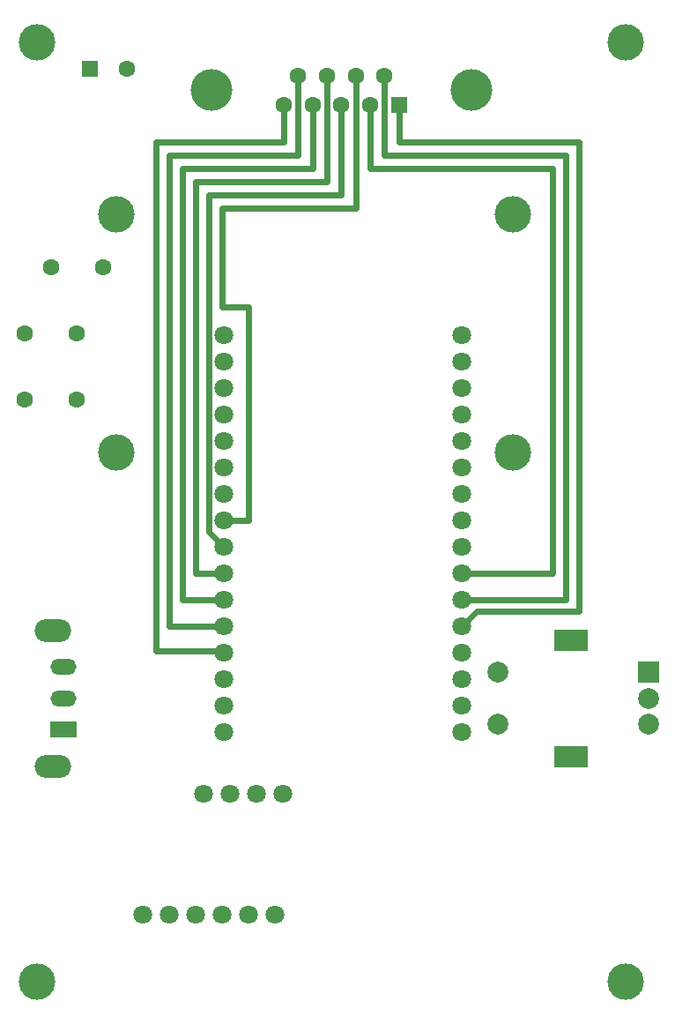
<source format=gbr>
%TF.GenerationSoftware,KiCad,Pcbnew,9.0.5*%
%TF.CreationDate,2025-10-04T12:42:16+02:00*%
%TF.ProjectId,elastick_adapter,656c6173-7469-4636-9b5f-616461707465,rev?*%
%TF.SameCoordinates,Original*%
%TF.FileFunction,Copper,L1,Top*%
%TF.FilePolarity,Positive*%
%FSLAX46Y46*%
G04 Gerber Fmt 4.6, Leading zero omitted, Abs format (unit mm)*
G04 Created by KiCad (PCBNEW 9.0.5) date 2025-10-04 12:42:16*
%MOMM*%
%LPD*%
G01*
G04 APERTURE LIST*
G04 Aperture macros list*
%AMRoundRect*
0 Rectangle with rounded corners*
0 $1 Rounding radius*
0 $2 $3 $4 $5 $6 $7 $8 $9 X,Y pos of 4 corners*
0 Add a 4 corners polygon primitive as box body*
4,1,4,$2,$3,$4,$5,$6,$7,$8,$9,$2,$3,0*
0 Add four circle primitives for the rounded corners*
1,1,$1+$1,$2,$3*
1,1,$1+$1,$4,$5*
1,1,$1+$1,$6,$7*
1,1,$1+$1,$8,$9*
0 Add four rect primitives between the rounded corners*
20,1,$1+$1,$2,$3,$4,$5,0*
20,1,$1+$1,$4,$5,$6,$7,0*
20,1,$1+$1,$6,$7,$8,$9,0*
20,1,$1+$1,$8,$9,$2,$3,0*%
G04 Aperture macros list end*
%TA.AperFunction,ComponentPad*%
%ADD10C,1.800000*%
%TD*%
%TA.AperFunction,WasherPad*%
%ADD11C,3.500000*%
%TD*%
%TA.AperFunction,ComponentPad*%
%ADD12C,1.600000*%
%TD*%
%TA.AperFunction,ComponentPad*%
%ADD13C,4.000000*%
%TD*%
%TA.AperFunction,ComponentPad*%
%ADD14R,1.600000X1.600000*%
%TD*%
%TA.AperFunction,ComponentPad*%
%ADD15RoundRect,0.250000X-0.550000X-0.550000X0.550000X-0.550000X0.550000X0.550000X-0.550000X0.550000X0*%
%TD*%
%TA.AperFunction,ComponentPad*%
%ADD16R,2.000000X2.000000*%
%TD*%
%TA.AperFunction,ComponentPad*%
%ADD17C,2.000000*%
%TD*%
%TA.AperFunction,ComponentPad*%
%ADD18R,3.200000X2.000000*%
%TD*%
%TA.AperFunction,ComponentPad*%
%ADD19O,3.500000X2.200000*%
%TD*%
%TA.AperFunction,ComponentPad*%
%ADD20R,2.500000X1.500000*%
%TD*%
%TA.AperFunction,ComponentPad*%
%ADD21O,2.500000X1.500000*%
%TD*%
%TA.AperFunction,Conductor*%
%ADD22C,0.600000*%
%TD*%
G04 APERTURE END LIST*
D10*
%TO.P,J2,1,VBUS*%
%TO.N,unconnected-(J2-VBUS-Pad1)*%
X119380000Y-149840000D03*
%TO.P,J2,2,GND*%
%TO.N,unconnected-(J2-GND-Pad2)*%
X121920000Y-149840000D03*
%TO.P,J2,3,CC1*%
%TO.N,unconnected-(J2-CC1-Pad3)*%
X124460000Y-149840000D03*
%TO.P,J2,4,D-*%
%TO.N,unconnected-(J2-D--Pad4)*%
X127000000Y-149840000D03*
%TO.P,J2,5,D+*%
%TO.N,unconnected-(J2-D+-Pad5)*%
X129540000Y-149840000D03*
%TO.P,J2,6,CC2*%
%TO.N,unconnected-(J2-CC2-Pad6)*%
X132080000Y-149840000D03*
%TD*%
D11*
%TO.P,REF\u002A\u002A,*%
%TO.N,*%
X165735000Y-156210000D03*
%TD*%
%TO.P,REF\u002A\u002A,*%
%TO.N,*%
X165735000Y-66040000D03*
%TD*%
D12*
%TO.P,C4,1*%
%TO.N,/GND_NET*%
X107990000Y-100330000D03*
%TO.P,C4,2*%
%TO.N,Net-(C4-Pad2)*%
X112990000Y-100330000D03*
%TD*%
%TO.P,C3,1*%
%TO.N,/GND_NET*%
X107990000Y-93980000D03*
%TO.P,C3,2*%
%TO.N,Net-(C3-Pad2)*%
X112990000Y-93980000D03*
%TD*%
D11*
%TO.P,REF\u002A\u002A,*%
%TO.N,*%
X154940000Y-105410000D03*
%TD*%
%TO.P,REF\u002A\u002A,*%
%TO.N,*%
X116840000Y-82550000D03*
%TD*%
%TO.P,REF\u002A\u002A,*%
%TO.N,*%
X109220000Y-66040000D03*
%TD*%
%TO.P,REF\u002A\u002A,*%
%TO.N,*%
X109220000Y-156210000D03*
%TD*%
D13*
%TO.P,J1,0,PAD*%
%TO.N,unconnected-(J1-PAD-Pad0)_1*%
X150930000Y-70675331D03*
%TO.N,unconnected-(J1-PAD-Pad0)*%
X125930000Y-70675331D03*
D14*
%TO.P,J1,1,1*%
%TO.N,Net-(U1-4)*%
X143970000Y-72095331D03*
D12*
%TO.P,J1,2,2*%
%TO.N,Net-(U1-17)*%
X141200000Y-72095331D03*
%TO.P,J1,3,3*%
%TO.N,Net-(U1-26)*%
X138430000Y-72095331D03*
%TO.P,J1,4,4*%
%TO.N,Net-(U1-14)*%
X135660000Y-72095331D03*
%TO.P,J1,5,5*%
%TO.N,Net-(C4-Pad2)*%
X132890000Y-72095331D03*
%TO.P,J1,6,6*%
%TO.N,Net-(U1-16)*%
X142585000Y-69255331D03*
%TO.P,J1,7,7*%
%TO.N,Net-(U1-25)*%
X139815000Y-69255331D03*
%TO.P,J1,8,8*%
%TO.N,Net-(U1-27)*%
X137045000Y-69255331D03*
%TO.P,J1,9,9*%
%TO.N,Net-(C3-Pad2)*%
X134275000Y-69255331D03*
%TD*%
D11*
%TO.P,REF\u002A\u002A,*%
%TO.N,*%
X154940000Y-82550000D03*
%TD*%
%TO.P,REF\u002A\u002A,*%
%TO.N,*%
X116840000Y-105410000D03*
%TD*%
D10*
%TO.P,U1,1,3v*%
%TO.N,Net-(DS1-vcc)*%
X127125000Y-94135662D03*
%TO.P,U1,2,reset*%
%TO.N,unconnected-(U1-reset-Pad2)*%
X127125000Y-96675662D03*
%TO.P,U1,3,36*%
%TO.N,unconnected-(U1-36-Pad3)*%
X127125000Y-99215662D03*
%TO.P,U1,4,39*%
%TO.N,unconnected-(U1-39-Pad4)*%
X127125000Y-101755662D03*
%TO.P,U1,5,34*%
%TO.N,unconnected-(U1-34-Pad5)*%
X127125000Y-104295662D03*
%TO.P,U1,6,32*%
%TO.N,unconnected-(U1-32-Pad6)*%
X127125000Y-106835662D03*
%TO.P,U1,7,33*%
%TO.N,unconnected-(U1-33-Pad7)*%
X127125000Y-109375662D03*
%TO.P,U1,8,25*%
%TO.N,Net-(U1-25)*%
X127125000Y-111915662D03*
%TO.P,U1,9,26*%
%TO.N,Net-(U1-26)*%
X127125000Y-114455662D03*
%TO.P,U1,10,27*%
%TO.N,Net-(U1-27)*%
X127125000Y-116995662D03*
%TO.P,U1,11,14*%
%TO.N,Net-(U1-14)*%
X127125000Y-119535662D03*
%TO.P,U1,12,12*%
%TO.N,Net-(C3-Pad2)*%
X127125000Y-122075662D03*
%TO.P,U1,13,13*%
%TO.N,Net-(C4-Pad2)*%
X127125000Y-124615662D03*
%TO.P,U1,14,enable*%
%TO.N,Net-(SW1-C)*%
X127125000Y-127155662D03*
%TO.P,U1,15,usb*%
%TO.N,unconnected-(U1-usb-Pad15)*%
X127125000Y-129695662D03*
%TO.P,U1,16,bat*%
%TO.N,unconnected-(U1-bat-Pad16)*%
X127125000Y-132235662D03*
%TO.P,U1,17,gnd*%
%TO.N,/GND_NET*%
X149985000Y-94135662D03*
%TO.P,U1,18,23*%
%TO.N,unconnected-(U1-23-Pad18)*%
X149985000Y-96675662D03*
%TO.P,U1,19,22*%
%TO.N,Net-(DS1-scl)*%
X149985000Y-99215662D03*
%TO.P,U1,20,1*%
%TO.N,unconnected-(U1-1-Pad20)*%
X149985000Y-101755662D03*
%TO.P,U1,21,3*%
%TO.N,unconnected-(U1-3-Pad21)*%
X149985000Y-104295662D03*
%TO.P,U1,22,21*%
%TO.N,Net-(DS1-sda)*%
X149985000Y-106835662D03*
%TO.P,U1,23,19*%
%TO.N,Net-(U1-19)*%
X149985000Y-109375662D03*
%TO.P,U1,24,18*%
%TO.N,Net-(U1-18)*%
X149985000Y-111915662D03*
%TO.P,U1,25,5*%
%TO.N,Net-(U1-5)*%
X149985000Y-114455662D03*
%TO.P,U1,26,17*%
%TO.N,Net-(U1-17)*%
X149985000Y-116995662D03*
%TO.P,U1,27,16*%
%TO.N,Net-(U1-16)*%
X149985000Y-119535662D03*
%TO.P,U1,28,4*%
%TO.N,Net-(U1-4)*%
X149985000Y-122075662D03*
%TO.P,U1,29,0*%
%TO.N,unconnected-(U1-0-Pad29)*%
X149985000Y-124615662D03*
%TO.P,U1,30,2*%
%TO.N,unconnected-(U1-2-Pad30)*%
X149985000Y-127155662D03*
%TO.P,U1,31,15*%
%TO.N,unconnected-(U1-15-Pad31)*%
X149985000Y-129695662D03*
%TO.P,U1,32,gnd*%
%TO.N,/GND_NET*%
X149985000Y-132235662D03*
%TD*%
D15*
%TO.P,C1,1*%
%TO.N,Net-(DS1-vcc)*%
X114300000Y-68580000D03*
D12*
%TO.P,C1,2*%
%TO.N,/GND_NET*%
X117800000Y-68580000D03*
%TD*%
%TO.P,C2,1*%
%TO.N,Net-(DS1-vcc)*%
X115530000Y-87630000D03*
%TO.P,C2,2*%
%TO.N,/GND_NET*%
X110530000Y-87630000D03*
%TD*%
D10*
%TO.P,DS1,1,vcc*%
%TO.N,Net-(DS1-vcc)*%
X125180000Y-138180000D03*
%TO.P,DS1,2,gnd*%
%TO.N,/GND_NET*%
X127720000Y-138180000D03*
%TO.P,DS1,3,scl*%
%TO.N,Net-(DS1-scl)*%
X130260000Y-138180000D03*
%TO.P,DS1,4,sda*%
%TO.N,Net-(DS1-sda)*%
X132800000Y-138180000D03*
%TD*%
D16*
%TO.P,SW2,A,A*%
%TO.N,/GND_NET*%
X168000000Y-126550000D03*
D17*
%TO.P,SW2,B,B*%
%TO.N,Net-(U1-18)*%
X168000000Y-131550000D03*
%TO.P,SW2,C,C*%
%TO.N,Net-(U1-19)*%
X168000000Y-129050000D03*
D18*
%TO.P,SW2,MP*%
%TO.N,N/C*%
X160500000Y-134650000D03*
X160500000Y-123450000D03*
D17*
%TO.P,SW2,S1,S1*%
%TO.N,Net-(U1-5)*%
X153500000Y-131550000D03*
%TO.P,SW2,S2,S2*%
%TO.N,/GND_NET*%
X153500000Y-126550000D03*
%TD*%
D19*
%TO.P,SW1,*%
%TO.N,*%
X110760000Y-135550000D03*
X110760000Y-122550000D03*
D20*
%TO.P,SW1,1,A*%
%TO.N,unconnected-(SW1-A-Pad1)*%
X111760000Y-132050000D03*
D21*
%TO.P,SW1,2,B*%
%TO.N,/GND_NET*%
X111760000Y-129050000D03*
%TO.P,SW1,3,C*%
%TO.N,Net-(SW1-C)*%
X111760000Y-126050000D03*
%TD*%
D22*
%TO.N,Net-(U1-4)*%
X161290000Y-120650000D02*
X161290000Y-75605331D01*
X143970000Y-75605331D02*
X143970000Y-72095331D01*
X149985000Y-122075662D02*
X151410662Y-120650000D01*
X161290000Y-75605331D02*
X143970000Y-75605331D01*
X151410662Y-120650000D02*
X161290000Y-120650000D01*
%TO.N,Net-(C3-Pad2)*%
X134275000Y-76875331D02*
X134275000Y-69255331D01*
X127125000Y-122075662D02*
X121920000Y-122075662D01*
X121920000Y-76875331D02*
X134275000Y-76875331D01*
X121920000Y-122075662D02*
X121920000Y-76875331D01*
%TO.N,Net-(C4-Pad2)*%
X120650000Y-124460000D02*
X120650000Y-75605331D01*
X120650000Y-75605331D02*
X132890000Y-75605331D01*
X127125000Y-124615662D02*
X126969338Y-124460000D01*
X132890000Y-75605331D02*
X132890000Y-72095331D01*
X126969338Y-124460000D02*
X120650000Y-124460000D01*
%TO.N,Net-(U1-14)*%
X123190000Y-119535662D02*
X123190000Y-78145331D01*
X123190000Y-78145331D02*
X135660000Y-78145331D01*
X127125000Y-119535662D02*
X123190000Y-119535662D01*
X135660000Y-78145331D02*
X135660000Y-72095331D01*
%TO.N,Net-(U1-16)*%
X149985000Y-119535662D02*
X160020000Y-119535662D01*
X142585000Y-76875331D02*
X142585000Y-69255331D01*
X160020000Y-119535662D02*
X160020000Y-76875331D01*
X160020000Y-76875331D02*
X142585000Y-76875331D01*
%TO.N,Net-(U1-17)*%
X149985000Y-116995662D02*
X158750000Y-116995662D01*
X158750000Y-116995662D02*
X158750000Y-78145331D01*
X158750000Y-78145331D02*
X141200000Y-78145331D01*
X141200000Y-78145331D02*
X141200000Y-72095331D01*
%TO.N,Net-(U1-26)*%
X125724000Y-80691331D02*
X125724000Y-113054662D01*
X138430000Y-80685331D02*
X138430000Y-72095331D01*
X125724000Y-113054662D02*
X127125000Y-114455662D01*
X125730000Y-80685331D02*
X138430000Y-80685331D01*
X125730000Y-80685331D02*
X125724000Y-80691331D01*
%TO.N,Net-(U1-27)*%
X127125000Y-116995662D02*
X124460000Y-116995662D01*
X137045000Y-79415331D02*
X137045000Y-69255331D01*
X124460000Y-116995662D02*
X124460000Y-79415331D01*
X124460000Y-79415331D02*
X137045000Y-79415331D01*
%TO.N,Net-(U1-25)*%
X139815000Y-81955331D02*
X139815000Y-69255331D01*
X127000000Y-81955331D02*
X127000000Y-91440000D01*
X127000000Y-81955331D02*
X139815000Y-81955331D01*
X127125000Y-111915662D02*
X129540000Y-111915662D01*
X127000000Y-91440000D02*
X129540000Y-91440000D01*
X129540000Y-91440000D02*
X129540000Y-111915662D01*
%TD*%
M02*

</source>
